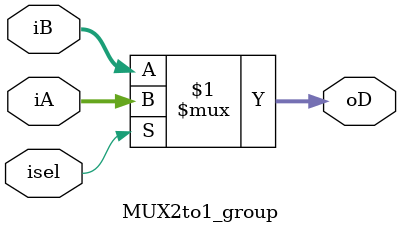
<source format=v>
`timescale 1ns / 1ps


module MUX2to1_group
#(
    parameter DW = 4
)
(
    (* DONT_TOUCH= "TRUE" *)input [DW-1 :0] iA,
    (* DONT_TOUCH= "TRUE" *)input [DW-1 :0] iB,
    (* DONT_TOUCH= "TRUE" *)input isel,
    (* DONT_TOUCH= "TRUE" *)output [DW-1 :0] oD
    );
    
    assign oD = isel ? iA : iB;
endmodule

</source>
